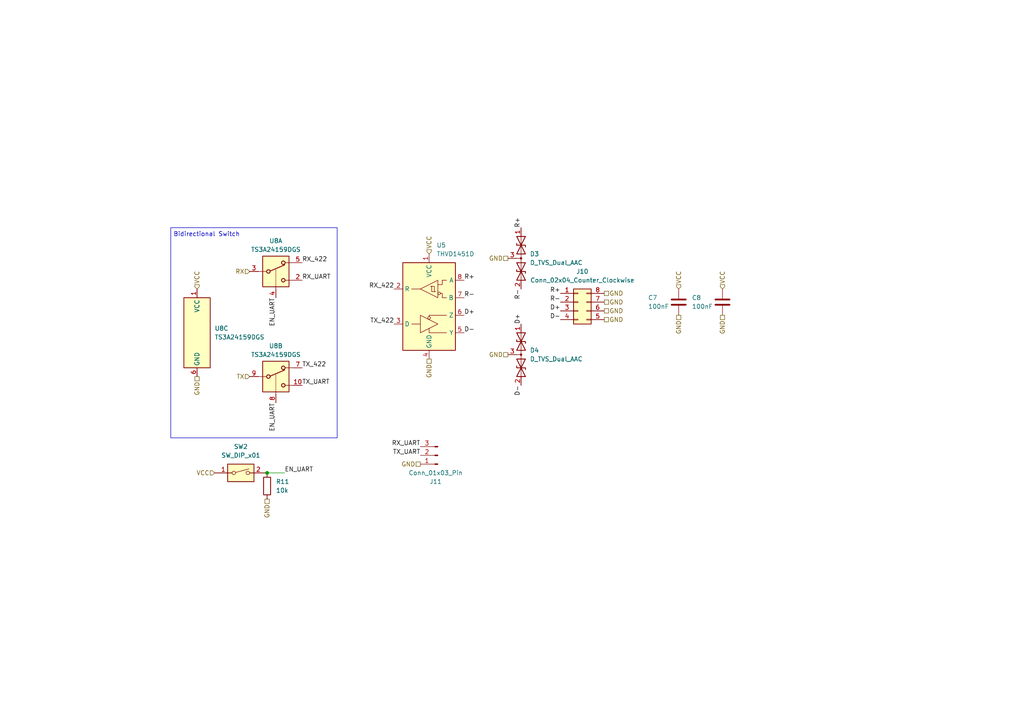
<source format=kicad_sch>
(kicad_sch (version 20250114) (generator "eeschema") (generator_version "9.0")
  (paper "A4")
  (lib_symbols
    (symbol "Analog_Switch:TS3A24159DGS"
      (property "Reference" "U" (at -3.81 7.62 0))
      (property "Value" "TS3A24159DGS" (at -3.81 5.715 0))
      (symbol "TS3A24159DGS_1_1"
        (polyline (pts (xy -5.08 0) (xy -2.794 0)))
        (rectangle (start -3.81 4.445) (end 3.81 -4.445) (stroke (width 0.254)) (fill (type background)))
        (circle (center -2.159 0) (radius 0.508) (stroke (width 0.254)))
        (polyline (pts (xy -1.651 0.127) (xy 2.54 1.905)) (stroke (width 0.254)))
        (polyline (pts (xy 0 0.254) (xy 0 0.508)))
        (polyline (pts (xy 0 -0.254) (xy 0 0)))
        (polyline (pts (xy 0 -0.762) (xy 0 -0.508)))
        (polyline (pts (xy 0 -1.27) (xy 0 -1.016)))
        (polyline (pts (xy 0 -1.778) (xy 0 -1.524)))
        (polyline (pts (xy 0 -2.286) (xy 0 -2.032)))
        (polyline (pts (xy 0 -2.794) (xy 0 -2.54)))
        (polyline (pts (xy 0 -3.302) (xy 0 -3.048)))
        (polyline (pts (xy 0 -3.81) (xy 0 -3.556)))
        (polyline (pts (xy 0 -4.318) (xy 0 -4.064)))
        (polyline (pts (xy 0 -5.08) (xy 0 -4.572)))
        (circle (center 2.159 2.54) (radius 0.508) (stroke (width 0.254)))
        (circle (center 2.159 -2.54) (radius 0.508) (stroke (width 0.254)))
        (polyline (pts (xy 5.08 2.54) (xy 2.794 2.54)))
        (polyline (pts (xy 5.08 -2.54) (xy 2.794 -2.54)))
        (pin passive line (at -7.62 0 0) (length 2.54) (name "~") (number "3"))
        (pin input line (at 0 -7.62 90) (length 2.54) (name "~") (number "4"))
        (pin passive line (at 7.62 2.54 180) (length 2.54) (name "~") (number "5"))
        (pin passive line (at 7.62 -2.54 180) (length 2.54) (name "~") (number "2"))
      )
      (symbol "TS3A24159DGS_2_1"
        (polyline (pts (xy -5.08 0) (xy -2.794 0)))
        (rectangle (start -3.81 4.445) (end 3.81 -4.445) (stroke (width 0.254)) (fill (type background)))
        (circle (center -2.159 0) (radius 0.508) (stroke (width 0.254)))
        (polyline (pts (xy -1.651 0.127) (xy 2.54 1.905)) (stroke (width 0.254)))
        (polyline (pts (xy 0 0.254) (xy 0 0.508)))
        (polyline (pts (xy 0 -0.254) (xy 0 0)))
        (polyline (pts (xy 0 -0.762) (xy 0 -0.508)))
        (polyline (pts (xy 0 -1.27) (xy 0 -1.016)))
        (polyline (pts (xy 0 -1.778) (xy 0 -1.524)))
        (polyline (pts (xy 0 -2.286) (xy 0 -2.032)))
        (polyline (pts (xy 0 -2.794) (xy 0 -2.54)))
        (polyline (pts (xy 0 -3.302) (xy 0 -3.048)))
        (polyline (pts (xy 0 -3.81) (xy 0 -3.556)))
        (polyline (pts (xy 0 -4.318) (xy 0 -4.064)))
        (polyline (pts (xy 0 -5.08) (xy 0 -4.572)))
        (circle (center 2.159 2.54) (radius 0.508) (stroke (width 0.254)))
        (circle (center 2.159 -2.54) (radius 0.508) (stroke (width 0.254)))
        (polyline (pts (xy 5.08 2.54) (xy 2.794 2.54)))
        (polyline (pts (xy 5.08 -2.54) (xy 2.794 -2.54)))
        (pin passive line (at -7.62 0 0) (length 2.54) (name "~") (number "9"))
        (pin input line (at 0 -7.62 90) (length 2.54) (name "~") (number "8"))
        (pin passive line (at 7.62 2.54 180) (length 2.54) (name "~") (number "7"))
        (pin passive line (at 7.62 -2.54 180) (length 2.54) (name "~") (number "10"))
      )
      (symbol "TS3A24159DGS_3_1"
        (rectangle (start -3.81 10.16) (end 3.81 -10.16) (stroke (width 0.254)) (fill (type background)))
        (pin power_in line (at 0 12.7 270) (length 2.54) (name "VCC") (number "1"))
        (pin power_in line (at 0 -12.7 90) (length 2.54) (name "GND") (number "6"))
      )
    )
    (symbol "Connector:Conn_01x03_Pin" (pin_names (offset 1.016) (hide yes))
      (property "Reference" "J" (at 0 5.08 0))
      (property "Value" "Conn_01x03_Pin" (at 0 -5.08 0))
      (symbol "Conn_01x03_Pin_1_1"
        (rectangle (start 0.8636 2.667) (end 0 2.413) (stroke (width 0.1524)) (fill (type outline)))
        (rectangle (start 0.8636 0.127) (end 0 -0.127) (stroke (width 0.1524)) (fill (type outline)))
        (rectangle (start 0.8636 -2.413) (end 0 -2.667) (stroke (width 0.1524)) (fill (type outline)))
        (polyline (pts (xy 1.27 2.54) (xy 0.8636 2.54)) (stroke (width 0.1524)))
        (polyline (pts (xy 1.27 0) (xy 0.8636 0)) (stroke (width 0.1524)))
        (polyline (pts (xy 1.27 -2.54) (xy 0.8636 -2.54)) (stroke (width 0.1524)))
        (pin passive line (at 5.08 2.54 180) (length 3.81) (name "Pin_1") (number "1"))
        (pin passive line (at 5.08 0 180) (length 3.81) (name "Pin_2") (number "2"))
        (pin passive line (at 5.08 -2.54 180) (length 3.81) (name "Pin_3") (number "3"))
      )
    )
    (symbol "Connector_Generic:Conn_02x04_Counter_Clockwise" (pin_names (offset 1.016) (hide yes))
      (property "Reference" "J" (at 1.27 5.08 0))
      (property "Value" "Conn_02x04_Counter_Clockwise" (at 1.27 -7.62 0))
      (symbol "Conn_02x04_Counter_Clockwise_1_1"
        (rectangle (start -1.27 3.81) (end 3.81 -6.35) (stroke (width 0.254)) (fill (type background)))
        (rectangle (start -1.27 2.667) (end 0 2.413) (stroke (width 0.1524)))
        (rectangle (start -1.27 0.127) (end 0 -0.127) (stroke (width 0.1524)))
        (rectangle (start -1.27 -2.413) (end 0 -2.667) (stroke (width 0.1524)))
        (rectangle (start -1.27 -4.953) (end 0 -5.207) (stroke (width 0.1524)))
        (rectangle (start 3.81 2.667) (end 2.54 2.413) (stroke (width 0.1524)))
        (rectangle (start 3.81 0.127) (end 2.54 -0.127) (stroke (width 0.1524)))
        (rectangle (start 3.81 -2.413) (end 2.54 -2.667) (stroke (width 0.1524)))
        (rectangle (start 3.81 -4.953) (end 2.54 -5.207) (stroke (width 0.1524)))
        (pin passive line (at -5.08 2.54 0) (length 3.81) (name "Pin_1") (number "1"))
        (pin passive line (at -5.08 0 0) (length 3.81) (name "Pin_2") (number "2"))
        (pin passive line (at -5.08 -2.54 0) (length 3.81) (name "Pin_3") (number "3"))
        (pin passive line (at -5.08 -5.08 0) (length 3.81) (name "Pin_4") (number "4"))
        (pin passive line (at 7.62 2.54 180) (length 3.81) (name "Pin_8") (number "8"))
        (pin passive line (at 7.62 0 180) (length 3.81) (name "Pin_7") (number "7"))
        (pin passive line (at 7.62 -2.54 180) (length 3.81) (name "Pin_6") (number "6"))
        (pin passive line (at 7.62 -5.08 180) (length 3.81) (name "Pin_5") (number "5"))
      )
    )
    (symbol "Device:C" (pin_numbers (hide yes)) (pin_names (offset 0.254))
      (property "Reference" "C" (at 0.635 2.54 0))
      (property "Value" "C" (at 0.635 -2.54 0))
      (symbol "C_0_1"
        (polyline (pts (xy -2.032 0.762) (xy 2.032 0.762)) (stroke (width 0.508)))
        (polyline (pts (xy -2.032 -0.762) (xy 2.032 -0.762)) (stroke (width 0.508)))
      )
      (symbol "C_1_1"
        (pin passive line (at 0 3.81 270) (length 2.794) (name "~") (number "1"))
        (pin passive line (at 0 -3.81 90) (length 2.794) (name "~") (number "2"))
      )
    )
    (symbol "Device:D_TVS_Dual_AAC" (pin_names (offset 1.016) (hide yes))
      (property "Reference" "D" (at 0 4.445 0))
      (property "Value" "D_TVS_Dual_AAC" (at 0 2.54 0))
      (symbol "D_TVS_Dual_AAC_0_0"
        (polyline (pts (xy 0 -1.27) (xy 0 0)))
      )
      (symbol "D_TVS_Dual_AAC_0_1"
        (polyline (pts (xy -6.35 1.27) (xy -1.27 -1.27) (xy -1.27 1.27) (xy -6.35 -1.27) (xy -6.35 1.27)) (stroke (width 0.254)))
        (polyline (pts (xy -6.35 0) (xy 6.35 0)))
        (polyline (pts (xy -3.302 1.27) (xy -3.81 1.27) (xy -3.81 -1.27) (xy -4.318 -1.27)) (stroke (width 0.254)))
        (circle (center 0 0) (radius 0.254) (fill (type outline)))
        (polyline (pts (xy 4.318 1.27) (xy 3.81 1.27) (xy 3.81 -1.27) (xy 3.302 -1.27)) (stroke (width 0.254)))
        (polyline (pts (xy 6.35 1.27) (xy 1.27 -1.27) (xy 1.27 1.27) (xy 6.35 -1.27) (xy 6.35 1.27)) (stroke (width 0.254)))
      )
      (symbol "D_TVS_Dual_AAC_1_1"
        (pin passive line (at -8.89 0 0) (length 2.54) (name "A1") (number "1"))
        (pin passive line (at 0 -3.81 90) (length 2.54) (name "common") (number "3"))
        (pin passive line (at 8.89 0 180) (length 2.54) (name "A2") (number "2"))
      )
    )
    (symbol "Device:R" (pin_numbers (hide yes)) (pin_names (offset 0))
      (property "Reference" "R" (at 2.032 0 90))
      (property "Value" "R" (at 0 0 90))
      (symbol "R_0_1"
        (rectangle (start -1.016 -2.54) (end 1.016 2.54) (stroke (width 0.254)))
      )
      (symbol "R_1_1"
        (pin passive line (at 0 3.81 270) (length 1.27) (name "~") (number "1"))
        (pin passive line (at 0 -3.81 90) (length 1.27) (name "~") (number "2"))
      )
    )
    (symbol "Interface_UART:THVD1451D"
      (property "Reference" "U" (at -7.62 13.97 0))
      (property "Value" "THVD1451D" (at 1.27 13.97 0))
      (symbol "THVD1451D_0_1"
        (rectangle (start -7.62 12.7) (end 7.62 -12.7) (stroke (width 0.254)) (fill (type background)))
        (polyline (pts (xy -5.08 -5.08) (xy -2.54 -5.08)))
        (polyline (pts (xy -2.54 5.08) (xy -5.08 5.08)))
        (polyline (pts (xy -2.54 -2.54) (xy -2.54 -7.62) (xy 2.54 -5.08) (xy -2.54 -2.54)))
        (circle (center 0 -3.302) (radius 0.381))
        (polyline (pts (xy 1.524 4.318) (xy 1.524 5.842) (xy 0.635 5.842)))
        (polyline (pts (xy 1.905 4.318) (xy 0.889 4.318) (xy 0.762 4.318) (xy 0.762 5.842) (xy 0.381 5.842)))
        (polyline (pts (xy 2.54 7.62) (xy 2.54 2.54) (xy -2.54 5.08) (xy 2.54 7.62)))
        (polyline (pts (xy 2.54 6.35) (xy 3.81 6.35) (xy 3.81 7.62) (xy 5.08 7.62)))
        (circle (center 2.921 3.81) (radius 0.381))
        (polyline (pts (xy 3.302 3.81) (xy 3.81 3.81) (xy 3.81 2.54) (xy 5.08 2.54)))
        (polyline (pts (xy 5.08 -2.54) (xy 0 -2.54) (xy 0 -2.921)))
        (polyline (pts (xy 5.08 -7.62) (xy 0 -7.62) (xy 0 -6.35)))
      )
      (symbol "THVD1451D_1_1"
        (pin output line (at -10.16 5.08 0) (length 2.54) (name "R") (number "2"))
        (pin input line (at -10.16 -5.08 0) (length 2.54) (name "D") (number "3"))
        (pin power_in line (at 0 15.24 270) (length 2.54) (name "VCC") (number "1"))
        (pin power_in line (at 0 -15.24 90) (length 2.54) (name "GND") (number "4"))
        (pin input line (at 10.16 7.62 180) (length 2.54) (name "A") (number "8"))
        (pin input line (at 10.16 2.54 180) (length 2.54) (name "B") (number "7"))
        (pin output line (at 10.16 -2.54 180) (length 2.54) (name "Z") (number "6"))
        (pin output line (at 10.16 -7.62 180) (length 2.54) (name "Y") (number "5"))
      )
    )
    (symbol "Switch:SW_DIP_x01" (pin_names (offset 0) (hide yes))
      (property "Reference" "SW" (at 0 3.81 0))
      (property "Value" "SW_DIP_x01" (at 0 -3.81 0))
      (symbol "SW_DIP_x01_0_0"
        (circle (center -2.032 0) (radius 0.508))
        (polyline (pts (xy -1.524 0.127) (xy 2.3622 1.1684)))
        (circle (center 2.032 0) (radius 0.508))
      )
      (symbol "SW_DIP_x01_0_1"
        (rectangle (start -3.81 2.54) (end 3.81 -2.54) (stroke (width 0.254)) (fill (type background)))
      )
      (symbol "SW_DIP_x01_1_1"
        (pin passive line (at -7.62 0 0) (length 5.08) (name "~") (number "1"))
        (pin passive line (at 7.62 0 180) (length 5.08) (name "~") (number "2"))
      )
    )
  )
  (rectangle (start 49.53 66.04) (end 97.79 127))
  (text "Bidirectional Switch" (at 59.944 68.072 0) (effects (font (size 1.27 1.27))))
  (junction (at 77.47 137.16))
  (wire (pts (xy 77.47 137.16) (xy 82.55 137.16)))
  (label "D-" (at 134.62 96.52 0))
  (label "TX_422" (at 87.63 106.68 0))
  (label "TX_422" (at 114.3 93.98 180))
  (label "D+" (at 162.56 90.17 180))
  (label "RX_UART" (at 87.63 81.28 0))
  (label "R-" (at 134.62 86.36 0))
  (label "R+" (at 134.62 81.28 0))
  (label "D+" (at 151.13 93.98 90))
  (label "EN_UART" (at 80.01 86.36 270))
  (label "R-" (at 151.13 83.82 270))
  (label "D+" (at 134.62 91.44 0))
  (label "TX_UART" (at 121.92 132.08 180))
  (label "RX_422" (at 114.3 83.82 180))
  (label "TX_UART" (at 87.63 111.76 0))
  (label "EN_UART" (at 80.01 116.84 270))
  (label "D-" (at 151.13 111.76 270))
  (label "RX_422" (at 87.63 76.2 0))
  (label "R+" (at 162.56 85.09 180))
  (label "D-" (at 162.56 92.71 180))
  (label "EN_UART" (at 82.55 137.16 0))
  (label "R-" (at 162.56 87.63 180))
  (label "R+" (at 151.13 66.04 90))
  (label "RX_UART" (at 121.92 129.54 180))
  (hierarchical_label "GND" (shape passive) (at 147.32 74.93 180))
  (hierarchical_label "GND" (shape passive) (at 196.85 91.44 270))
  (hierarchical_label "GND" (shape passive) (at 209.55 91.44 270))
  (hierarchical_label "GND" (shape passive) (at 77.47 144.78 270))
  (hierarchical_label "VCC" (shape input) (at 57.15 83.82 90))
  (hierarchical_label "GND" (shape passive) (at 175.26 87.63 0))
  (hierarchical_label "GND" (shape passive) (at 175.26 90.17 0))
  (hierarchical_label "GND" (shape passive) (at 57.15 109.22 270))
  (hierarchical_label "GND" (shape passive) (at 175.26 92.71 0))
  (hierarchical_label "GND" (shape passive) (at 175.26 85.09 0))
  (hierarchical_label "GND" (shape passive) (at 147.32 102.87 180))
  (hierarchical_label "VCC" (shape input) (at 62.23 137.16 180))
  (hierarchical_label "GND" (shape passive) (at 121.92 134.62 180))
  (hierarchical_label "GND" (shape passive) (at 124.46 104.14 270))
  (hierarchical_label "VCC" (shape input) (at 209.55 83.82 90))
  (hierarchical_label "RX" (shape input) (at 72.39 78.74 180))
  (hierarchical_label "VCC" (shape input) (at 124.46 73.66 90))
  (hierarchical_label "TX" (shape input) (at 72.39 109.22 180))
  (hierarchical_label "VCC" (shape input) (at 196.85 83.82 90))
  (symbol (lib_id "Analog_Switch:TS3A24159DGS") (at 80.01 109.22 0) (unit 2)
    (property "Reference" "U8" (at 80.01 100.33 0))
    (property "Value" "TS3A24159DGS" (at 80.01 102.87 0))
    (property "Footprint" "Package_SO:TSSOP-10_3x3mm_P0.5mm" (effects (hide yes)))
    (property "Datasheet" "http://www.ti.com/lit/ds/symlink/ts3a24159.pdf" (effects (hide yes)))
    (property "Description" "Dual SPDT 0.3Ω Bidirectional Analog Switch, TSSOP-10" (effects (hide yes)))
  )
  (symbol (lib_id "Interface_UART:THVD1451D") (at 124.46 88.9 0) (unit 1)
    (property "Reference" "U5" (at 126.6033 71.12 0) (effects (justify left)))
    (property "Value" "THVD1451D" (at 126.6033 73.66 0) (effects (justify left)))
    (property "Footprint" "Package_SO:SOIC-8_3.9x4.9mm_P1.27mm" (effects (hide yes)))
    (property "Datasheet" "http://www.ti.com/lit/ds/symlink/thvd1451.pdf" (effects (hide yes)))
    (property "Description" "RS485 transceiver, 3.3-V to 5-V, 18-kV IEC ESD Protection, SOIC-8" (effects (hide yes)))
    (property "Part Number" "THVD1451D" (effects (hide yes)))
  )
  (symbol (lib_id "Device:D_TVS_Dual_AAC") (at 151.13 102.87 270) (unit 1)
    (property "Reference" "D4" (at 153.67 101.5999 90) (effects (justify left)))
    (property "Value" "D_TVS_Dual_AAC" (at 153.67 104.1399 90) (effects (justify left)))
    (property "Footprint" "Package_TO_SOT_SMD:SOT-23" (effects (hide yes)))
    (property "Description" "Bidirectional dual transient-voltage-suppression diode, center on pin 3" (effects (hide yes)))
  )
  (symbol (lib_id "Analog_Switch:TS3A24159DGS") (at 57.15 96.52 0) (unit 3)
    (property "Reference" "U8" (at 62.23 95.2499 0) (effects (justify left)))
    (property "Value" "TS3A24159DGS" (at 62.23 97.7899 0) (effects (justify left)))
    (property "Footprint" "Package_SO:TSSOP-10_3x3mm_P0.5mm" (effects (hide yes)))
    (property "Datasheet" "http://www.ti.com/lit/ds/symlink/ts3a24159.pdf" (effects (hide yes)))
    (property "Description" "Dual SPDT 0.3Ω Bidirectional Analog Switch, TSSOP-10" (effects (hide yes)))
  )
  (symbol (lib_id "Device:R") (at 77.47 140.97 0) (unit 1)
    (property "Reference" "R11" (at 80.01 139.6999 0) (effects (justify left)))
    (property "Value" "10k" (at 80.01 142.2399 0) (effects (justify left)))
    (property "Footprint" "Resistor_SMD:R_0402_1005Metric" (effects (hide yes)))
    (property "Description" "Resistor" (effects (hide yes)))
  )
  (symbol (lib_id "Connector_Generic:Conn_02x04_Counter_Clockwise") (at 167.64 87.63 0) (unit 1)
    (property "Reference" "J10" (at 168.91 78.74 0))
    (property "Value" "Conn_02x04_Counter_Clockwise" (at 168.91 81.28 0))
    (property "Footprint" "Connector_Molex:Molex_Nano-Fit_105310-xx08_2x04_P2.50mm_Vertical" (effects (hide yes)))
    (property "Description" "Generic connector, double row, 02x04, counter clockwise pin numbering scheme (similar to DIP package numbering), script generated (kicad-library-utils/schlib/autogen/connector/)" (effects (hide yes)))
  )
  (symbol (lib_id "Device:C") (at 209.55 87.63 180) (unit 1)
    (property "Reference" "C8" (at 200.66 86.36 0) (effects (justify right)))
    (property "Value" "100nF" (at 200.66 88.9 0) (effects (justify right)))
    (property "Footprint" "Capacitor_SMD:C_0402_1005Metric" (effects (hide yes)))
    (property "Description" "Unpolarized capacitor" (effects (hide yes)))
  )
  (symbol (lib_id "Connector:Conn_01x03_Pin") (at 127 132.08 180) (unit 1)
    (property "Reference" "J11" (at 126.365 139.7 0))
    (property "Value" "Conn_01x03_Pin" (at 126.365 137.16 0))
    (property "Footprint" "Connector_JST:JST_PH_B3B-PH-K_1x03_P2.00mm_Vertical" (effects (hide yes)))
    (property "Description" "Generic connector, single row, 01x03, script generated" (effects (hide yes)))
  )
  (symbol (lib_id "Analog_Switch:TS3A24159DGS") (at 80.01 78.74 0) (unit 1)
    (property "Reference" "U8" (at 80.01 69.85 0))
    (property "Value" "TS3A24159DGS" (at 80.01 72.39 0))
    (property "Footprint" "Package_SO:TSSOP-10_3x3mm_P0.5mm" (effects (hide yes)))
    (property "Datasheet" "http://www.ti.com/lit/ds/symlink/ts3a24159.pdf" (effects (hide yes)))
    (property "Description" "Dual SPDT 0.3Ω Bidirectional Analog Switch, TSSOP-10" (effects (hide yes)))
  )
  (symbol (lib_id "Device:D_TVS_Dual_AAC") (at 151.13 74.93 270) (unit 1)
    (property "Reference" "D3" (at 153.67 73.6599 90) (effects (justify left)))
    (property "Value" "D_TVS_Dual_AAC" (at 153.67 76.1999 90) (effects (justify left)))
    (property "Footprint" "Package_TO_SOT_SMD:SOT-23" (effects (hide yes)))
    (property "Description" "Bidirectional dual transient-voltage-suppression diode, center on pin 3" (effects (hide yes)))
  )
  (symbol (lib_id "Device:C") (at 196.85 87.63 180) (unit 1)
    (property "Reference" "C7" (at 187.96 86.36 0) (effects (justify right)))
    (property "Value" "100nF" (at 187.96 88.9 0) (effects (justify right)))
    (property "Footprint" "Capacitor_SMD:C_0402_1005Metric" (effects (hide yes)))
    (property "Description" "Unpolarized capacitor" (effects (hide yes)))
  )
  (symbol (lib_id "Switch:SW_DIP_x01") (at 69.85 137.16 0) (unit 1)
    (property "Reference" "SW2" (at 69.85 129.54 0))
    (property "Value" "SW_DIP_x01" (at 69.85 132.08 0))
    (property "Footprint" "Button_Switch_SMD:SW_DIP_SPSTx01_Slide_Copal_CHS-01A_W5.08mm_P1.27mm_JPin" (effects (hide yes)))
    (property "Description" "1x DIP Switch, Single Pole Single Throw (SPST) switch, small symbol" (effects (hide yes)))
  )
)
</source>
